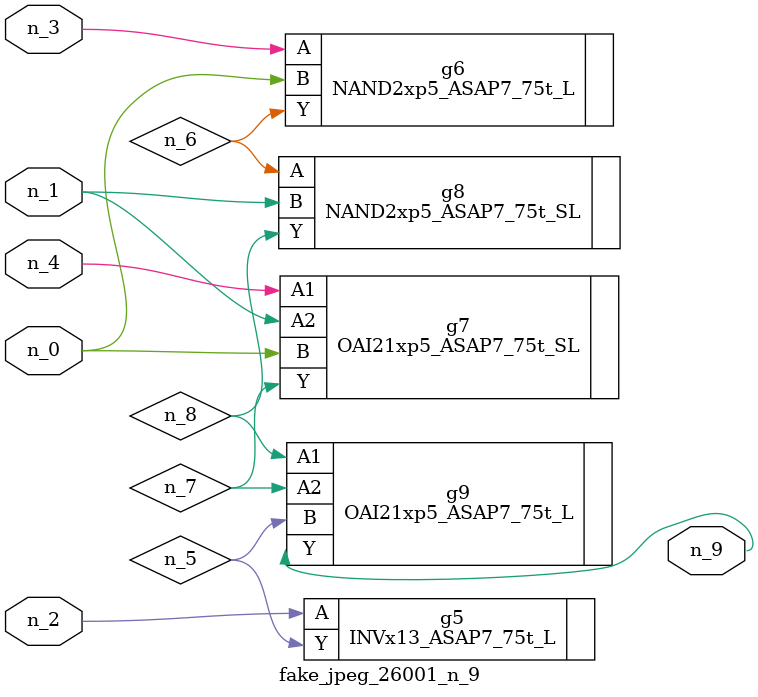
<source format=v>
module fake_jpeg_26001_n_9 (n_3, n_2, n_1, n_0, n_4, n_9);

input n_3;
input n_2;
input n_1;
input n_0;
input n_4;

output n_9;

wire n_8;
wire n_6;
wire n_5;
wire n_7;

INVx13_ASAP7_75t_L g5 ( 
.A(n_2),
.Y(n_5)
);

NAND2xp5_ASAP7_75t_L g6 ( 
.A(n_3),
.B(n_0),
.Y(n_6)
);

OAI21xp5_ASAP7_75t_SL g7 ( 
.A1(n_4),
.A2(n_1),
.B(n_0),
.Y(n_7)
);

NAND2xp5_ASAP7_75t_SL g8 ( 
.A(n_6),
.B(n_1),
.Y(n_8)
);

OAI21xp5_ASAP7_75t_L g9 ( 
.A1(n_8),
.A2(n_7),
.B(n_5),
.Y(n_9)
);


endmodule
</source>
